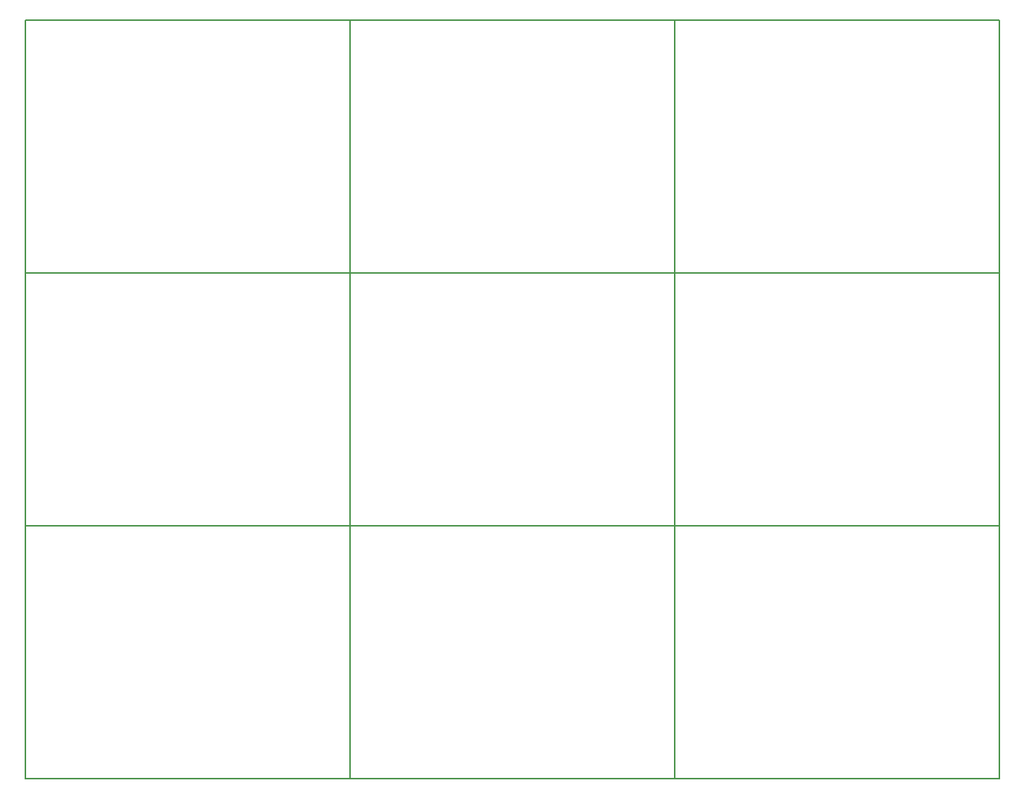
<source format=gm1>
G04 #@! TF.FileFunction,Profile,NP*
%FSLAX46Y46*%
G04 Gerber Fmt 4.6, Leading zero omitted, Abs format (unit mm)*
G04 Created by KiCad (PCBNEW 4.0.5+dfsg1-4) date Fri May 29 23:18:49 2020*
%MOMM*%
%LPD*%
G01*
G04 APERTURE LIST*
%ADD10C,0.100000*%
%ADD11C,0.150000*%
G04 APERTURE END LIST*
D10*
D11*
X101600000Y-146304000D02*
X101600000Y-60198000D01*
X212090000Y-146304000D02*
X101600000Y-146304000D01*
X212090000Y-60198000D02*
X212090000Y-146304000D01*
X101600000Y-60198000D02*
X212090000Y-60198000D01*
X175260000Y-88900000D02*
X138430000Y-88900000D01*
X138430000Y-88900000D02*
X175260000Y-88900000D01*
X138430000Y-88900000D02*
X138430000Y-60198000D01*
X138430000Y-60198000D02*
X138430000Y-88900000D01*
X175260000Y-88900000D02*
X212090000Y-88900000D01*
X175260000Y-60198000D02*
X175260000Y-88900000D01*
X212090000Y-88900000D02*
X175260000Y-88900000D01*
X175260000Y-88900000D02*
X175260000Y-60198000D01*
X101600000Y-88900000D02*
X138430000Y-88900000D01*
X138430000Y-88900000D02*
X101600000Y-88900000D01*
X138430000Y-88900000D02*
X138430000Y-60198000D01*
X101600000Y-88900000D02*
X138430000Y-88900000D01*
X101600000Y-117602000D02*
X138430000Y-117602000D01*
X138430000Y-117602000D02*
X101600000Y-117602000D01*
X138430000Y-117602000D02*
X138430000Y-88900000D01*
X138430000Y-88900000D02*
X138430000Y-117602000D01*
X138430000Y-117602000D02*
X138430000Y-146304000D01*
X138430000Y-146304000D02*
X138430000Y-117602000D01*
X175260000Y-117602000D02*
X212090000Y-117602000D01*
X138430000Y-117602000D02*
X175260000Y-117602000D01*
X175260000Y-117602000D02*
X175260000Y-146304000D01*
X138430000Y-146304000D02*
X138430000Y-117602000D01*
X175260000Y-146304000D02*
X175260000Y-117602000D01*
X212090000Y-117602000D02*
X175260000Y-117602000D01*
X175260000Y-88900000D02*
X212090000Y-88900000D01*
X175260000Y-117602000D02*
X175260000Y-88900000D01*
X175260000Y-88900000D02*
X175260000Y-117602000D01*
X138430000Y-88900000D02*
X175260000Y-88900000D01*
X138430000Y-117602000D02*
X138430000Y-88900000D01*
X175260000Y-117602000D02*
X138430000Y-117602000D01*
M02*

</source>
